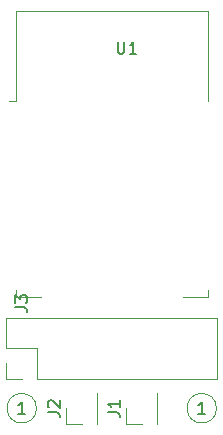
<source format=gbr>
G04 #@! TF.GenerationSoftware,KiCad,Pcbnew,(5.1.2)-1*
G04 #@! TF.CreationDate,2019-06-17T20:55:27+03:00*
G04 #@! TF.ProjectId,esp8266_minimal_hw,65737038-3236-4365-9f6d-696e696d616c,rev?*
G04 #@! TF.SameCoordinates,Original*
G04 #@! TF.FileFunction,Legend,Top*
G04 #@! TF.FilePolarity,Positive*
%FSLAX46Y46*%
G04 Gerber Fmt 4.6, Leading zero omitted, Abs format (unit mm)*
G04 Created by KiCad (PCBNEW (5.1.2)-1) date 2019-06-17 20:55:27*
%MOMM*%
%LPD*%
G04 APERTURE LIST*
%ADD10C,0.120000*%
%ADD11C,0.150000*%
G04 APERTURE END LIST*
D10*
X86300000Y-73720000D02*
X86300000Y-72390000D01*
X87630000Y-73720000D02*
X86300000Y-73720000D01*
X88900000Y-73720000D02*
X88900000Y-71060000D01*
X88900000Y-71060000D02*
X88960000Y-71060000D01*
X88900000Y-73720000D02*
X88960000Y-73720000D01*
X88960000Y-73720000D02*
X88960000Y-71060000D01*
X93961000Y-72390000D02*
G75*
G03X93961000Y-72390000I-1251000J0D01*
G01*
X78721000Y-72390000D02*
G75*
G03X78721000Y-72390000I-1251000J0D01*
G01*
X76980000Y-46365000D02*
X76370000Y-46365000D01*
X76980000Y-46365000D02*
X76980000Y-38745000D01*
X76980000Y-62985000D02*
X76980000Y-62365000D01*
X79100000Y-62985000D02*
X76980000Y-62985000D01*
X93220000Y-62985000D02*
X91100000Y-62985000D01*
X93220000Y-62365000D02*
X93220000Y-62985000D01*
X93220000Y-38745000D02*
X93220000Y-46365000D01*
X76980000Y-38745000D02*
X93220000Y-38745000D01*
X76140000Y-69910000D02*
X76140000Y-68580000D01*
X77470000Y-69910000D02*
X76140000Y-69910000D01*
X76140000Y-67310000D02*
X76140000Y-64710000D01*
X78740000Y-67310000D02*
X76140000Y-67310000D01*
X78740000Y-69910000D02*
X78740000Y-67310000D01*
X76140000Y-64710000D02*
X94040000Y-64710000D01*
X78740000Y-69910000D02*
X94040000Y-69910000D01*
X94040000Y-69910000D02*
X94040000Y-64710000D01*
X81220000Y-73720000D02*
X81220000Y-72390000D01*
X82550000Y-73720000D02*
X81220000Y-73720000D01*
X83820000Y-73720000D02*
X83820000Y-71060000D01*
X83820000Y-71060000D02*
X83880000Y-71060000D01*
X83820000Y-73720000D02*
X83880000Y-73720000D01*
X83880000Y-73720000D02*
X83880000Y-71060000D01*
D11*
X84752380Y-72723333D02*
X85466666Y-72723333D01*
X85609523Y-72770952D01*
X85704761Y-72866190D01*
X85752380Y-73009047D01*
X85752380Y-73104285D01*
X85752380Y-71723333D02*
X85752380Y-72294761D01*
X85752380Y-72009047D02*
X84752380Y-72009047D01*
X84895238Y-72104285D01*
X84990476Y-72199523D01*
X85038095Y-72294761D01*
X92995714Y-72842380D02*
X92424285Y-72842380D01*
X92710000Y-72842380D02*
X92710000Y-71842380D01*
X92614761Y-71985238D01*
X92519523Y-72080476D01*
X92424285Y-72128095D01*
X77755714Y-72842380D02*
X77184285Y-72842380D01*
X77470000Y-72842380D02*
X77470000Y-71842380D01*
X77374761Y-71985238D01*
X77279523Y-72080476D01*
X77184285Y-72128095D01*
X85598095Y-41362380D02*
X85598095Y-42171904D01*
X85645714Y-42267142D01*
X85693333Y-42314761D01*
X85788571Y-42362380D01*
X85979047Y-42362380D01*
X86074285Y-42314761D01*
X86121904Y-42267142D01*
X86169523Y-42171904D01*
X86169523Y-41362380D01*
X87169523Y-42362380D02*
X86598095Y-42362380D01*
X86883809Y-42362380D02*
X86883809Y-41362380D01*
X86788571Y-41505238D01*
X86693333Y-41600476D01*
X86598095Y-41648095D01*
X76922380Y-63833333D02*
X77636666Y-63833333D01*
X77779523Y-63880952D01*
X77874761Y-63976190D01*
X77922380Y-64119047D01*
X77922380Y-64214285D01*
X76922380Y-63452380D02*
X76922380Y-62833333D01*
X77303333Y-63166666D01*
X77303333Y-63023809D01*
X77350952Y-62928571D01*
X77398571Y-62880952D01*
X77493809Y-62833333D01*
X77731904Y-62833333D01*
X77827142Y-62880952D01*
X77874761Y-62928571D01*
X77922380Y-63023809D01*
X77922380Y-63309523D01*
X77874761Y-63404761D01*
X77827142Y-63452380D01*
X79672380Y-72723333D02*
X80386666Y-72723333D01*
X80529523Y-72770952D01*
X80624761Y-72866190D01*
X80672380Y-73009047D01*
X80672380Y-73104285D01*
X79767619Y-72294761D02*
X79720000Y-72247142D01*
X79672380Y-72151904D01*
X79672380Y-71913809D01*
X79720000Y-71818571D01*
X79767619Y-71770952D01*
X79862857Y-71723333D01*
X79958095Y-71723333D01*
X80100952Y-71770952D01*
X80672380Y-72342380D01*
X80672380Y-71723333D01*
M02*

</source>
